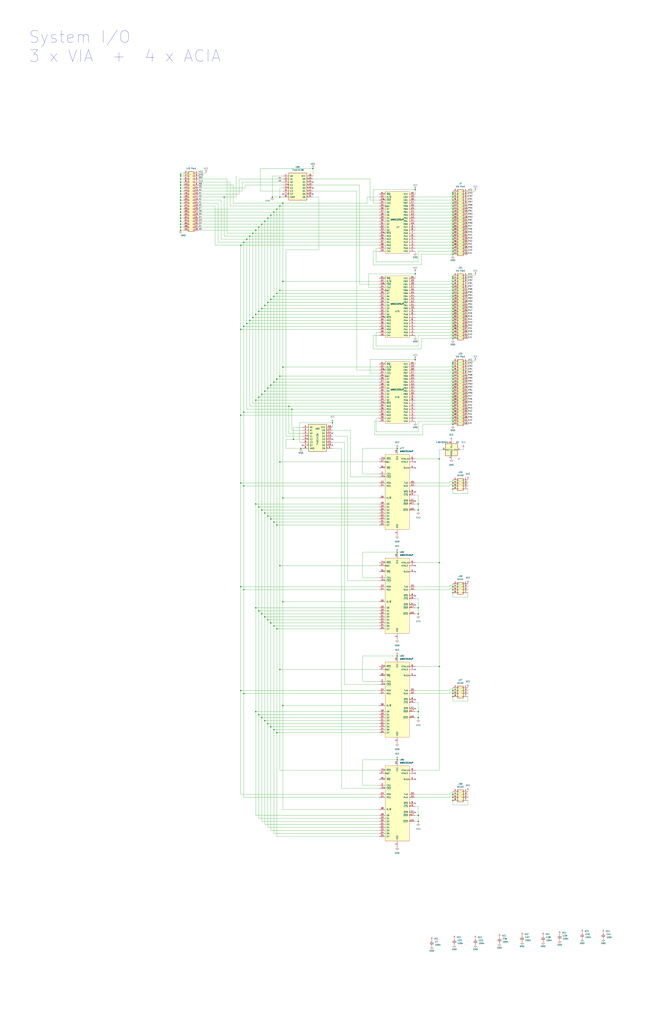
<source format=kicad_sch>
(kicad_sch (version 20230121) (generator eeschema)
  (paper "D" portrait)
  (junction (at 382.27 320.04))
  (junction (at 382.27 265.43))
  (junction (at 382.27 285.75))
  (junction (at 382.27 497.84))
  (junction (at 382.27 412.75))
  (junction (at 152.4 179.07))
  (junction (at 152.4 184.15))
  (junction (at 370.84 474.98))
  (junction (at 382.27 196.85))
  (junction (at 382.27 242.57))
  (junction (at 228.6 325.12))
  (junction (at 152.4 147.32))
  (junction (at 243.84 342.9))
  (junction (at 382.27 191.77))
  (junction (at 382.27 495.3))
  (junction (at 382.27 270.51))
  (junction (at 205.74 347.98))
  (junction (at 220.98 332.74))
  (junction (at 233.68 176.53))
  (junction (at 382.27 184.15))
  (junction (at 236.22 173.99))
  (junction (at 152.4 151.13))
  (junction (at 335.28 641.35))
  (junction (at 382.27 257.81))
  (junction (at 215.9 600.71))
  (junction (at 205.74 275.59))
  (junction (at 210.82 270.51))
  (junction (at 152.4 173.99))
  (junction (at 223.52 433.07))
  (junction (at 236.22 317.5))
  (junction (at 382.27 332.74))
  (junction (at 218.44 603.25))
  (junction (at 264.16 142.24))
  (junction (at 382.27 171.45))
  (junction (at 220.98 189.23))
  (junction (at 233.68 618.49))
  (junction (at 152.4 153.67))
  (junction (at 203.2 350.52))
  (junction (at 233.68 320.04))
  (junction (at 223.52 257.81))
  (junction (at 238.76 309.88))
  (junction (at 382.27 314.96))
  (junction (at 238.76 420.37))
  (junction (at 382.27 673.1))
  (junction (at 382.27 327.66))
  (junction (at 220.98 430.53))
  (junction (at 233.68 443.23))
  (junction (at 335.28 553.72))
  (junction (at 382.27 240.03))
  (junction (at 220.98 260.35))
  (junction (at 382.27 204.47))
  (junction (at 218.44 427.99))
  (junction (at 226.06 327.66))
  (junction (at 382.27 212.09))
  (junction (at 233.68 247.65))
  (junction (at 382.27 340.36))
  (junction (at 382.27 585.47))
  (junction (at 247.65 370.84))
  (junction (at 152.4 163.83))
  (junction (at 226.06 523.24))
  (junction (at 382.27 262.89))
  (junction (at 382.27 237.49))
  (junction (at 382.27 234.95))
  (junction (at 382.27 163.83))
  (junction (at 229.87 166.37))
  (junction (at 382.27 267.97))
  (junction (at 223.52 186.69))
  (junction (at 382.27 330.2))
  (junction (at 382.27 176.53))
  (junction (at 205.74 497.84))
  (junction (at 208.28 273.05))
  (junction (at 226.06 610.87))
  (junction (at 353.06 430.53))
  (junction (at 382.27 307.34))
  (junction (at 218.44 262.89))
  (junction (at 353.06 518.16))
  (junction (at 382.27 407.67))
  (junction (at 382.27 342.9))
  (junction (at 152.4 158.75))
  (junction (at 382.27 273.05))
  (junction (at 238.76 595.63))
  (junction (at 213.36 196.85))
  (junction (at 382.27 345.44))
  (junction (at 152.4 176.53))
  (junction (at 382.27 245.11))
  (junction (at 382.27 162.56))
  (junction (at 382.27 322.58))
  (junction (at 220.98 518.16))
  (junction (at 152.4 166.37))
  (junction (at 203.2 495.3))
  (junction (at 382.27 280.67))
  (junction (at 382.27 194.31))
  (junction (at 335.28 378.46))
  (junction (at 238.76 237.49))
  (junction (at 370.84 387.35))
  (junction (at 382.27 410.21))
  (junction (at 218.44 335.28))
  (junction (at 228.6 438.15))
  (junction (at 215.9 337.82))
  (junction (at 382.27 337.82))
  (junction (at 353.06 513.08))
  (junction (at 152.4 148.59))
  (junction (at 382.27 173.99))
  (junction (at 370.84 562.61))
  (junction (at 238.76 171.45))
  (junction (at 203.2 407.67))
  (junction (at 382.27 275.59))
  (junction (at 236.22 166.37))
  (junction (at 226.06 435.61))
  (junction (at 382.27 675.64))
  (junction (at 382.27 186.69))
  (junction (at 152.4 168.91))
  (junction (at 208.28 201.93))
  (junction (at 215.9 194.31))
  (junction (at 231.14 250.19))
  (junction (at 382.27 166.37))
  (junction (at 382.27 500.38))
  (junction (at 353.06 605.79))
  (junction (at 215.9 513.08))
  (junction (at 205.74 410.21))
  (junction (at 382.27 317.5))
  (junction (at 226.06 184.15))
  (junction (at 382.27 255.27))
  (junction (at 152.4 191.77))
  (junction (at 228.6 252.73))
  (junction (at 382.27 588.01))
  (junction (at 205.74 204.47))
  (junction (at 215.9 425.45))
  (junction (at 231.14 440.69))
  (junction (at 236.22 245.11))
  (junction (at 350.52 231.14))
  (junction (at 223.52 520.7))
  (junction (at 231.14 615.95))
  (junction (at 280.67 356.87))
  (junction (at 236.22 389.89))
  (junction (at 152.4 181.61))
  (junction (at 213.36 267.97))
  (junction (at 152.4 161.29))
  (junction (at 152.4 186.69))
  (junction (at 382.27 260.35))
  (junction (at 382.27 201.93))
  (junction (at 210.82 199.39))
  (junction (at 223.52 608.33))
  (junction (at 382.27 306.07))
  (junction (at 236.22 565.15))
  (junction (at 382.27 247.65))
  (junction (at 218.44 191.77))
  (junction (at 231.14 179.07))
  (junction (at 203.2 278.13))
  (junction (at 382.27 582.93))
  (junction (at 382.27 233.68))
  (junction (at 335.28 466.09))
  (junction (at 228.6 181.61))
  (junction (at 231.14 528.32))
  (junction (at 382.27 189.23))
  (junction (at 353.06 688.34))
  (junction (at 238.76 508))
  (junction (at 382.27 312.42))
  (junction (at 382.27 168.91))
  (junction (at 382.27 355.6))
  (junction (at 382.27 181.61))
  (junction (at 254 378.46))
  (junction (at 205.74 585.47))
  (junction (at 382.27 325.12))
  (junction (at 152.4 189.23))
  (junction (at 382.27 350.52))
  (junction (at 231.14 322.58))
  (junction (at 152.4 156.21))
  (junction (at 353.06 693.42))
  (junction (at 382.27 309.88))
  (junction (at 189.23 166.37))
  (junction (at 382.27 179.07))
  (junction (at 353.06 600.71))
  (junction (at 350.52 303.53))
  (junction (at 246.38 345.44))
  (junction (at 382.27 353.06))
  (junction (at 382.27 283.21))
  (junction (at 350.52 160.02))
  (junction (at 382.27 347.98))
  (junction (at 220.98 605.79))
  (junction (at 233.68 530.86))
  (junction (at 382.27 335.28))
  (junction (at 382.27 209.55))
  (junction (at 223.52 330.2))
  (junction (at 215.9 265.43))
  (junction (at 382.27 199.39))
  (junction (at 382.27 278.13))
  (junction (at 226.06 255.27))
  (junction (at 152.4 194.31))
  (junction (at 382.27 214.63))
  (junction (at 228.6 613.41))
  (junction (at 218.44 515.62))
  (junction (at 382.27 358.14))
  (junction (at 203.2 582.93))
  (junction (at 152.4 171.45))
  (junction (at 382.27 207.01))
  (junction (at 203.2 207.01))
  (junction (at 382.27 250.19))
  (junction (at 228.6 525.78))
  (junction (at 353.06 425.45))
  (junction (at 382.27 252.73))
  (junction (at 382.27 670.56))
  (junction (at 236.22 477.52))
  (no_connect (at 350.52 477.52))
  (no_connect (at 350.52 598.17))
  (no_connect (at 671.83 863.6))
  (no_connect (at 280.67 375.92))
  (no_connect (at 350.52 482.6))
  (no_connect (at 350.52 389.89))
  (no_connect (at 350.52 685.8))
  (no_connect (at 280.67 365.76))
  (no_connect (at 350.52 422.91))
  (no_connect (at 350.52 415.29))
  (no_connect (at 350.52 394.97))
  (no_connect (at -88.9 55.88))
  (no_connect (at 387.35 387.35))
  (no_connect (at 350.52 570.23))
  (no_connect (at 264.16 158.75))
  (no_connect (at 350.52 502.92))
  (no_connect (at 350.52 510.54))
  (no_connect (at -100.33 48.26))
  (no_connect (at 280.67 370.84))
  (no_connect (at 350.52 565.15))
  (no_connect (at 350.52 678.18))
  (no_connect (at 255.27 375.92))
  (no_connect (at 350.52 657.86))
  (no_connect (at 350.52 652.78))
  (no_connect (at 264.16 163.83))
  (no_connect (at 264.16 153.67))
  (no_connect (at 350.52 590.55))
  (no_connect (at 238.76 163.83))
  (wire (pts (xy 381 323.85) (xy 394.97 323.85)))
  (wire (pts (xy 220.98 260.35) (xy 320.04 260.35)))
  (wire (pts (xy 382.27 332.74) (xy 382.27 335.28)))
  (wire (pts (xy 353.06 417.83) (xy 353.06 425.45)))
  (wire (pts (xy 205.74 204.47) (xy 205.74 275.59)))
  (wire (pts (xy 191.77 196.85) (xy 191.77 151.13)))
  (wire (pts (xy 382.27 275.59) (xy 382.27 278.13)))
  (wire (pts (xy 381 189.23) (xy 381 187.96)))
  (wire (pts (xy 226.06 184.15) (xy 226.06 255.27)))
  (wire (pts (xy 306.07 466.09) (xy 335.28 466.09)))
  (wire (pts (xy 394.97 412.75) (xy 394.97 416.56)))
  (wire (pts (xy 382.27 668.02) (xy 382.27 670.56)))
  (wire (pts (xy 382.27 337.82) (xy 382.27 340.36)))
  (wire (pts (xy 152.4 166.37) (xy 154.94 166.37)))
  (wire (pts (xy 379.73 494.03) (xy 394.97 494.03)))
  (wire (pts (xy 353.06 600.71) (xy 353.06 605.79)))
  (wire (pts (xy 381 337.82) (xy 381 336.55)))
  (wire (pts (xy 238.76 309.88) (xy 320.04 309.88)))
  (wire (pts (xy 381 279.4) (xy 394.97 279.4)))
  (wire (pts (xy 228.6 325.12) (xy 228.6 252.73)))
  (wire (pts (xy 320.04 650.24) (xy 236.22 650.24)))
  (wire (pts (xy 381 252.73) (xy 381 251.46)))
  (wire (pts (xy 382.27 234.95) (xy 382.27 237.49)))
  (wire (pts (xy 223.52 186.69) (xy 223.52 257.81)))
  (wire (pts (xy 381 353.06) (xy 381 351.79)))
  (wire (pts (xy 205.74 497.84) (xy 205.74 585.47)))
  (wire (pts (xy 264.16 142.24) (xy 264.16 148.59)))
  (wire (pts (xy 203.2 407.67) (xy 203.2 495.3)))
  (wire (pts (xy 210.82 342.9) (xy 243.84 342.9)))
  (wire (pts (xy 394.97 675.64) (xy 394.97 679.45)))
  (wire (pts (xy 382.27 307.34) (xy 382.27 306.07)))
  (wire (pts (xy 394.97 195.58) (xy 394.97 196.85)))
  (wire (pts (xy 379.73 496.57) (xy 394.97 496.57)))
  (wire (pts (xy 381 308.61) (xy 394.97 308.61)))
  (wire (pts (xy 381 267.97) (xy 350.52 267.97)))
  (wire (pts (xy 226.06 327.66) (xy 226.06 435.61)))
  (wire (pts (xy 226.06 435.61) (xy 226.06 523.24)))
  (wire (pts (xy 317.5 364.49) (xy 353.06 364.49)))
  (wire (pts (xy 381 190.5) (xy 394.97 190.5)))
  (wire (pts (xy 320.04 662.94) (xy 306.07 662.94)))
  (wire (pts (xy 381 341.63) (xy 394.97 341.63)))
  (wire (pts (xy 238.76 148.59) (xy 229.87 148.59)))
  (wire (pts (xy 350.52 160.02) (xy 350.52 163.83)))
  (wire (pts (xy 218.44 191.77) (xy 218.44 262.89)))
  (wire (pts (xy 231.14 615.95) (xy 320.04 615.95)))
  (wire (pts (xy 381 335.28) (xy 350.52 335.28)))
  (wire (pts (xy 355.6 285.75) (xy 381 285.75)))
  (wire (pts (xy 226.06 255.27) (xy 320.04 255.27)))
  (wire (pts (xy 394.97 205.74) (xy 394.97 207.01)))
  (wire (pts (xy 203.2 670.56) (xy 320.04 670.56)))
  (wire (pts (xy 381 257.81) (xy 381 256.54)))
  (wire (pts (xy 238.76 161.29) (xy 219.71 161.29)))
  (wire (pts (xy 381 207.01) (xy 381 205.74)))
  (wire (pts (xy 394.97 406.4) (xy 394.97 407.67)))
  (wire (pts (xy 210.82 270.51) (xy 210.82 342.9)))
  (wire (pts (xy 381 245.11) (xy 350.52 245.11)))
  (wire (pts (xy 382.27 582.93) (xy 382.27 585.47)))
  (wire (pts (xy 231.14 440.69) (xy 231.14 528.32)))
  (wire (pts (xy 218.44 515.62) (xy 218.44 603.25)))
  (wire (pts (xy 381 209.55) (xy 381 208.28)))
  (wire (pts (xy 350.52 387.35) (xy 370.84 387.35)))
  (wire (pts (xy 320.04 497.84) (xy 205.74 497.84)))
  (wire (pts (xy 394.97 408.94) (xy 394.97 410.21)))
  (wire (pts (xy 394.97 266.7) (xy 394.97 267.97)))
  (wire (pts (xy 353.06 693.42) (xy 353.06 694.69)))
  (wire (pts (xy 203.2 350.52) (xy 203.2 407.67)))
  (wire (pts (xy 382.27 214.63) (xy 382.27 215.9)))
  (wire (pts (xy 233.68 530.86) (xy 233.68 443.23)))
  (wire (pts (xy 379.73 410.21) (xy 379.73 408.94)))
  (wire (pts (xy 208.28 345.44) (xy 246.38 345.44)))
  (wire (pts (xy 152.4 146.05) (xy 154.94 146.05)))
  (wire (pts (xy 353.06 364.49) (xy 353.06 355.6)))
  (wire (pts (xy 233.68 320.04) (xy 233.68 443.23)))
  (wire (pts (xy 306.07 553.72) (xy 335.28 553.72)))
  (wire (pts (xy 381 351.79) (xy 394.97 351.79)))
  (wire (pts (xy 317.5 220.98) (xy 353.06 220.98)))
  (wire (pts (xy 350.52 688.34) (xy 353.06 688.34)))
  (wire (pts (xy 233.68 176.53) (xy 233.68 247.65)))
  (wire (pts (xy 264.16 151.13) (xy 312.42 151.13)))
  (wire (pts (xy 381 193.04) (xy 394.97 193.04)))
  (wire (pts (xy 320.04 608.33) (xy 223.52 608.33)))
  (wire (pts (xy 381 196.85) (xy 381 195.58)))
  (wire (pts (xy 382.27 199.39) (xy 382.27 201.93)))
  (wire (pts (xy 370.84 379.73) (xy 370.84 387.35)))
  (wire (pts (xy 215.9 513.08) (xy 215.9 600.71)))
  (wire (pts (xy 394.97 185.42) (xy 394.97 186.69)))
  (wire (pts (xy 381 356.87) (xy 394.97 356.87)))
  (wire (pts (xy 220.98 260.35) (xy 220.98 332.74)))
  (wire (pts (xy 381 168.91) (xy 350.52 168.91)))
  (wire (pts (xy 381 314.96) (xy 350.52 314.96)))
  (wire (pts (xy 379.73 581.66) (xy 394.97 581.66)))
  (wire (pts (xy 218.44 335.28) (xy 218.44 427.99)))
  (wire (pts (xy 255.27 363.22) (xy 246.38 363.22)))
  (wire (pts (xy 233.68 706.12) (xy 233.68 618.49)))
  (wire (pts (xy 186.69 201.93) (xy 208.28 201.93)))
  (wire (pts (xy 167.64 179.07) (xy 231.14 179.07)))
  (wire (pts (xy 223.52 257.81) (xy 223.52 330.2)))
  (wire (pts (xy 381 195.58) (xy 394.97 195.58)))
  (wire (pts (xy 381 185.42) (xy 394.97 185.42)))
  (wire (pts (xy 311.15 231.14) (xy 350.52 231.14)))
  (wire (pts (xy 220.98 693.42) (xy 320.04 693.42)))
  (wire (pts (xy 382.27 162.56) (xy 394.97 162.56)))
  (wire (pts (xy 317.5 292.1) (xy 353.06 292.1)))
  (wire (pts (xy 394.97 323.85) (xy 394.97 325.12)))
  (wire (pts (xy 238.76 171.45) (xy 238.76 237.49)))
  (wire (pts (xy 152.4 179.07) (xy 152.4 181.61)))
  (wire (pts (xy 280.67 356.87) (xy 280.67 360.68)))
  (wire (pts (xy 381 346.71) (xy 394.97 346.71)))
  (wire (pts (xy 317.5 280.67) (xy 317.5 292.1)))
  (wire (pts (xy 382.27 670.56) (xy 382.27 673.1)))
  (wire (pts (xy 317.5 280.67) (xy 320.04 280.67)))
  (wire (pts (xy 394.97 246.38) (xy 394.97 247.65)))
  (wire (pts (xy 152.4 171.45) (xy 154.94 171.45)))
  (wire (pts (xy 233.68 618.49) (xy 233.68 530.86)))
  (wire (pts (xy 236.22 565.15) (xy 236.22 650.24)))
  (wire (pts (xy 381 213.36) (xy 394.97 213.36)))
  (wire (pts (xy 152.4 191.77) (xy 154.94 191.77)))
  (wire (pts (xy 382.27 679.45) (xy 394.97 679.45)))
  (wire (pts (xy 203.2 582.93) (xy 203.2 670.56)))
  (wire (pts (xy 181.61 207.01) (xy 203.2 207.01)))
  (wire (pts (xy 394.97 316.23) (xy 394.97 317.5)))
  (wire (pts (xy 381 200.66) (xy 394.97 200.66)))
  (wire (pts (xy 181.61 207.01) (xy 181.61 173.99)))
  (wire (pts (xy 152.4 158.75) (xy 152.4 161.29)))
  (wire (pts (xy 381 242.57) (xy 381 241.3)))
  (wire (pts (xy 320.04 433.07) (xy 223.52 433.07)))
  (wire (pts (xy 381 347.98) (xy 381 346.71)))
  (wire (pts (xy 381 186.69) (xy 381 185.42)))
  (wire (pts (xy 320.04 515.62) (xy 218.44 515.62)))
  (wire (pts (xy 381 267.97) (xy 381 266.7)))
  (wire (pts (xy 381 345.44) (xy 350.52 345.44)))
  (wire (pts (xy 356.87 358.14) (xy 381 358.14)))
  (wire (pts (xy 152.4 179.07) (xy 154.94 179.07)))
  (wire (pts (xy 394.97 326.39) (xy 394.97 327.66)))
  (wire (pts (xy 208.28 201.93) (xy 320.04 201.93)))
  (wire (pts (xy 167.64 168.91) (xy 186.69 168.91)))
  (wire (pts (xy 229.87 166.37) (xy 236.22 166.37)))
  (wire (pts (xy 152.4 151.13) (xy 152.4 153.67)))
  (wire (pts (xy 382.27 204.47) (xy 382.27 207.01)))
  (wire (pts (xy 152.4 189.23) (xy 154.94 189.23)))
  (wire (pts (xy 228.6 613.41) (xy 228.6 701.04)))
  (wire (pts (xy 300.99 312.42) (xy 320.04 312.42)))
  (wire (pts (xy 290.83 373.38) (xy 290.83 577.85)))
  (wire (pts (xy 199.39 166.37) (xy 199.39 148.59)))
  (wire (pts (xy 382.27 262.89) (xy 382.27 265.43)))
  (wire (pts (xy 381 242.57) (xy 350.52 242.57)))
  (wire (pts (xy 152.4 148.59) (xy 154.94 148.59)))
  (wire (pts (xy 394.97 331.47) (xy 394.97 332.74)))
  (wire (pts (xy 382.27 245.11) (xy 382.27 247.65)))
  (wire (pts (xy 381 176.53) (xy 381 175.26)))
  (wire (pts (xy 381 334.01) (xy 394.97 334.01)))
  (wire (pts (xy 381 243.84) (xy 394.97 243.84)))
  (wire (pts (xy 394.97 238.76) (xy 394.97 240.03)))
  (wire (pts (xy 226.06 610.87) (xy 226.06 698.5)))
  (wire (pts (xy 350.52 212.09) (xy 350.52 213.36)))
  (wire (pts (xy 401.32 161.29) (xy 394.97 161.29)))
  (wire (pts (xy 353.06 430.53) (xy 353.06 431.8)))
  (wire (pts (xy 382.27 312.42) (xy 382.27 314.96)))
  (wire (pts (xy 231.14 528.32) (xy 320.04 528.32)))
  (wire (pts (xy 382.27 278.13) (xy 382.27 280.67)))
  (wire (pts (xy 353.06 605.79) (xy 353.06 607.06)))
  (wire (pts (xy 252.73 356.87) (xy 280.67 356.87)))
  (wire (pts (xy 381 205.74) (xy 394.97 205.74)))
  (wire (pts (xy 191.77 196.85) (xy 213.36 196.85)))
  (wire (pts (xy 167.64 194.31) (xy 215.9 194.31)))
  (wire (pts (xy 381 271.78) (xy 394.97 271.78)))
  (wire (pts (xy 381 283.21) (xy 381 281.94)))
  (wire (pts (xy 382.27 345.44) (xy 382.27 347.98)))
  (wire (pts (xy 205.74 585.47) (xy 320.04 585.47)))
  (wire (pts (xy 314.96 283.21) (xy 320.04 283.21)))
  (wire (pts (xy 394.97 248.92) (xy 394.97 250.19)))
  (wire (pts (xy 223.52 433.07) (xy 223.52 520.7)))
  (wire (pts (xy 381 199.39) (xy 381 198.12)))
  (wire (pts (xy 381 256.54) (xy 394.97 256.54)))
  (wire (pts (xy 152.4 147.32) (xy 152.4 146.05)))
  (wire (pts (xy 381 194.31) (xy 350.52 194.31)))
  (wire (pts (xy 228.6 181.61) (xy 320.04 181.61)))
  (wire (pts (xy 394.97 182.88) (xy 394.97 184.15)))
  (wire (pts (xy 355.6 285.75) (xy 355.6 294.64)))
  (wire (pts (xy 388.62 379.73) (xy 391.16 379.73)))
  (wire (pts (xy 350.52 410.21) (xy 379.73 410.21)))
  (wire (pts (xy 228.6 252.73) (xy 320.04 252.73)))
  (wire (pts (xy 320.04 706.12) (xy 233.68 706.12)))
  (wire (pts (xy 152.4 184.15) (xy 152.4 186.69)))
  (wire (pts (xy 228.6 525.78) (xy 228.6 613.41)))
  (wire (pts (xy 220.98 605.79) (xy 320.04 605.79)))
  (wire (pts (xy 218.44 335.28) (xy 320.04 335.28)))
  (wire (pts (xy 382.27 309.88) (xy 382.27 312.42)))
  (wire (pts (xy 314.96 223.52) (xy 355.6 223.52)))
  (wire (pts (xy 381 166.37) (xy 350.52 166.37)))
  (wire (pts (xy 381 278.13) (xy 350.52 278.13)))
  (wire (pts (xy 320.04 425.45) (xy 215.9 425.45)))
  (wire (pts (xy 233.68 247.65) (xy 320.04 247.65)))
  (wire (pts (xy 320.04 565.15) (xy 236.22 565.15)))
  (wire (pts (xy 220.98 605.79) (xy 220.98 693.42)))
  (wire (pts (xy 236.22 245.11) (xy 236.22 317.5)))
  (wire (pts (xy 381 309.88) (xy 381 308.61)))
  (wire (pts (xy 381 273.05) (xy 381 271.78)))
  (wire (pts (xy 350.52 600.71) (xy 353.06 600.71)))
  (wire (pts (xy 306.07 378.46) (xy 306.07 400.05)))
  (wire (pts (xy 382.27 240.03) (xy 382.27 242.57)))
  (wire (pts (xy 381 350.52) (xy 350.52 350.52)))
  (wire (pts (xy 167.64 153.67) (xy 194.31 153.67)))
  (wire (pts (xy 226.06 435.61) (xy 320.04 435.61)))
  (wire (pts (xy 220.98 189.23) (xy 320.04 189.23)))
  (wire (pts (xy 381 281.94) (xy 394.97 281.94)))
  (wire (pts (xy 238.76 420.37) (xy 238.76 309.88)))
  (wire (pts (xy 167.64 173.99) (xy 181.61 173.99)))
  (wire (pts (xy 382.27 588.01) (xy 382.27 591.82)))
  (wire (pts (xy 215.9 425.45) (xy 215.9 513.08)))
  (wire (pts (xy 394.97 351.79) (xy 394.97 353.06)))
  (wire (pts (xy 167.64 181.61) (xy 228.6 181.61)))
  (wire (pts (xy 320.04 410.21) (xy 205.74 410.21)))
  (wire (pts (xy 394.97 354.33) (xy 394.97 355.6)))
  (wire (pts (xy 381 259.08) (xy 394.97 259.08)))
  (wire (pts (xy 394.97 243.84) (xy 394.97 245.11)))
  (wire (pts (xy 381 273.05) (xy 350.52 273.05)))
  (wire (pts (xy 382.27 191.77) (xy 382.27 194.31)))
  (wire (pts (xy 152.4 189.23) (xy 152.4 191.77)))
  (wire (pts (xy 382.27 280.67) (xy 382.27 283.21)))
  (wire (pts (xy 320.04 603.25) (xy 218.44 603.25)))
  (wire (pts (xy 382.27 270.51) (xy 382.27 273.05)))
  (wire (pts (xy 382.27 237.49) (xy 382.27 240.03)))
  (wire (pts (xy 300.99 161.29) (xy 300.99 312.42)))
  (wire (pts (xy 379.73 495.3) (xy 379.73 494.03)))
  (wire (pts (xy 223.52 608.33) (xy 223.52 695.96)))
  (wire (pts (xy 394.97 344.17) (xy 394.97 345.44)))
  (wire (pts (xy 381 210.82) (xy 394.97 210.82)))
  (wire (pts (xy 353.06 593.09) (xy 353.06 600.71)))
  (wire (pts (xy 381 248.92) (xy 394.97 248.92)))
  (wire (pts (xy 208.28 345.44) (xy 208.28 273.05)))
  (wire (pts (xy 203.2 407.67) (xy 320.04 407.67)))
  (wire (pts (xy 231.14 440.69) (xy 320.04 440.69)))
  (wire (pts (xy 173.99 146.05) (xy 167.64 146.05)))
  (wire (pts (xy 196.85 171.45) (xy 196.85 156.21)))
  (wire (pts (xy 320.04 520.7) (xy 223.52 520.7)))
  (wire (pts (xy 381 321.31) (xy 394.97 321.31)))
  (wire (pts (xy 241.3 378.46) (xy 254 378.46)))
  (wire (pts (xy 320.04 665.48) (xy 288.29 665.48)))
  (wire (pts (xy 241.3 370.84) (xy 241.3 378.46)))
  (wire (pts (xy 152.4 168.91) (xy 154.94 168.91)))
  (wire (pts (xy 269.24 210.82) (xy 241.3 210.82)))
  (wire (pts (xy 194.31 173.99) (xy 194.31 153.67)))
  (wire (pts (xy 152.4 161.29) (xy 152.4 163.83)))
  (wire (pts (xy 152.4 156.21) (xy 152.4 158.75)))
  (wire (pts (xy 218.44 262.89) (xy 320.04 262.89)))
  (wire (pts (xy 394.97 264.16) (xy 394.97 265.43)))
  (wire (pts (xy 255.27 360.68) (xy 247.65 360.68)))
  (wire (pts (xy 381 201.93) (xy 350.52 201.93)))
  (wire (pts (xy 382.27 233.68) (xy 394.97 233.68)))
  (wire (pts (xy 394.97 336.55) (xy 394.97 337.82)))
  (wire (pts (xy 382.27 416.56) (xy 394.97 416.56)))
  (wire (pts (xy 381 270.51) (xy 381 269.24)))
  (wire (pts (xy 320.04 171.45) (xy 314.96 171.45)))
  (wire (pts (xy 381 241.3) (xy 394.97 241.3)))
  (wire (pts (xy 219.71 161.29) (xy 219.71 142.24)))
  (wire (pts (xy 381 358.14) (xy 381 356.87)))
  (wire (pts (xy 381 204.47) (xy 381 203.2)))
  (wire (pts (xy 394.97 165.1) (xy 394.97 166.37)))
  (wire (pts (xy 312.42 303.53) (xy 350.52 303.53)))
  (wire (pts (xy 381 177.8) (xy 394.97 177.8)))
  (wire (pts (xy 381 274.32) (xy 394.97 274.32)))
  (wire (pts (xy 280.67 368.3) (xy 293.37 368.3)))
  (wire (pts (xy 241.3 210.82) (xy 241.3 368.3)))
  (wire (pts (xy 381 353.06) (xy 350.52 353.06)))
  (wire (pts (xy 382.27 306.07) (xy 382.27 304.8)))
  (wire (pts (xy 382.27 255.27) (xy 382.27 257.81)))
  (wire (pts (xy 220.98 518.16) (xy 220.98 605.79)))
  (wire (pts (xy 152.4 171.45) (xy 152.4 173.99)))
  (wire (pts (xy 382.27 327.66) (xy 382.27 330.2)))
  (wire (pts (xy 381 342.9) (xy 381 341.63)))
  (wire (pts (xy 215.9 600.71) (xy 215.9 688.34)))
  (wire (pts (xy 382.27 267.97) (xy 382.27 270.51)))
  (wire (pts (xy 382.27 176.53) (xy 382.27 179.07)))
  (wire (pts (xy 152.4 184.15) (xy 154.94 184.15)))
  (wire (pts (xy 382.27 307.34) (xy 382.27 309.88)))
  (wire (pts (xy 320.04 575.31) (xy 306.07 575.31)))
  (wire (pts (xy 247.65 360.68) (xy 247.65 370.84)))
  (wire (pts (xy 381 181.61) (xy 350.52 181.61)))
  (wire (pts (xy 394.97 254) (xy 394.97 255.27)))
  (wire (pts (xy 381 191.77) (xy 381 190.5)))
  (wire (pts (xy 381 252.73) (xy 350.52 252.73)))
  (wire (pts (xy 320.04 613.41) (xy 228.6 613.41)))
  (wire (pts (xy 231.14 250.19) (xy 231.14 322.58)))
  (wire (pts (xy 381 284.48) (xy 394.97 284.48)))
  (wire (pts (xy 350.52 693.42) (xy 353.06 693.42)))
  (wire (pts (xy 314.96 294.64) (xy 355.6 294.64)))
  (wire (pts (xy 350.52 425.45) (xy 353.06 425.45)))
  (wire (pts (xy 236.22 158.75) (xy 236.22 166.37)))
  (wire (pts (xy 238.76 683.26) (xy 238.76 595.63)))
  (wire (pts (xy 306.07 378.46) (xy 335.28 378.46)))
  (wire (pts (xy 394.97 271.78) (xy 394.97 273.05)))
  (wire (pts (xy 381 262.89) (xy 381 261.62)))
  (wire (pts (xy 379.73 670.56) (xy 379.73 669.29)))
  (wire (pts (xy 320.04 427.99) (xy 218.44 427.99)))
  (wire (pts (xy 381 167.64) (xy 394.97 167.64)))
  (wire (pts (xy 394.97 203.2) (xy 394.97 204.47)))
  (wire (pts (xy 353.06 425.45) (xy 353.06 430.53)))
  (wire (pts (xy 381 332.74) (xy 381 331.47)))
  (wire (pts (xy 370.84 562.61) (xy 370.84 650.24)))
  (wire (pts (xy 381 238.76) (xy 394.97 238.76)))
  (wire (pts (xy 381 168.91) (xy 381 167.64)))
  (wire (pts (xy 226.06 698.5) (xy 320.04 698.5)))
  (wire (pts (xy 350.52 593.09) (xy 353.06 593.09)))
  (wire (pts (xy 379.73 671.83) (xy 394.97 671.83)))
  (wire (pts (xy 394.97 193.04) (xy 394.97 194.31)))
  (wire (pts (xy 382.27 252.73) (xy 382.27 255.27)))
  (wire (pts (xy 167.64 189.23) (xy 220.98 189.23)))
  (wire (pts (xy 381 312.42) (xy 350.52 312.42)))
  (wire (pts (xy 314.96 171.45) (xy 314.96 160.02)))
  (wire (pts (xy 167.64 191.77) (xy 218.44 191.77)))
  (wire (pts (xy 381 349.25) (xy 394.97 349.25)))
  (wire (pts (xy 205.74 673.1) (xy 320.04 673.1)))
  (wire (pts (xy 350.52 673.1) (xy 379.73 673.1)))
  (wire (pts (xy 317.5 209.55) (xy 320.04 209.55)))
  (wire (pts (xy 350.52 283.21) (xy 350.52 284.48)))
  (wire (pts (xy 381 318.77) (xy 394.97 318.77)))
  (wire (pts (xy 288.29 665.48) (xy 288.29 378.46)))
  (wire (pts (xy 394.97 334.01) (xy 394.97 335.28)))
  (wire (pts (xy 381 186.69) (xy 350.52 186.69)))
  (wire (pts (xy 218.44 603.25) (xy 218.44 690.88)))
  (wire (pts (xy 381 326.39) (xy 394.97 326.39)))
  (wire (pts (xy 353.06 220.98) (xy 353.06 212.09)))
  (wire (pts (xy 320.04 314.96) (xy 312.42 314.96)))
  (wire (pts (xy 350.52 582.93) (xy 379.73 582.93)))
  (wire (pts (xy 382.27 163.83) (xy 382.27 166.37)))
  (wire (pts (xy 382.27 207.01) (xy 382.27 209.55)))
  (wire (pts (xy 231.14 615.95) (xy 231.14 703.58)))
  (wire (pts (xy 350.52 355.6) (xy 350.52 356.87)))
  (wire (pts (xy 381 247.65) (xy 350.52 247.65)))
  (wire (pts (xy 381 204.47) (xy 350.52 204.47)))
  (wire (pts (xy 205.74 347.98) (xy 205.74 410.21)))
  (wire (pts (xy 394.97 208.28) (xy 394.97 209.55)))
  (wire (pts (xy 394.97 328.93) (xy 394.97 330.2)))
  (wire (pts (xy 205.74 204.47) (xy 320.04 204.47)))
  (wire (pts (xy 228.6 438.15) (xy 228.6 525.78)))
  (wire (pts (xy 381 208.28) (xy 394.97 208.28)))
  (wire (pts (xy 394.97 339.09) (xy 394.97 340.36)))
  (wire (pts (xy 226.06 523.24) (xy 320.04 523.24)))
  (wire (pts (xy 238.76 508) (xy 238.76 420.37)))
  (wire (pts (xy 264.16 156.21) (xy 303.53 156.21)))
  (wire (pts (xy 201.93 151.13) (xy 238.76 151.13)))
  (wire (pts (xy 350.52 505.46) (xy 353.06 505.46)))
  (wire (pts (xy 229.87 148.59) (xy 229.87 166.37)))
  (wire (pts (xy 381 170.18) (xy 394.97 170.18)))
  (wire (pts (xy 236.22 173.99) (xy 194.31 173.99)))
  (wire (pts (xy 382.27 330.2) (xy 382.27 332.74)))
  (wire (pts (xy 288.29 378.46) (xy 280.67 378.46)))
  (wire (pts (xy 382.27 317.5) (xy 382.27 320.04)))
  (wire (pts (xy 381 332.74) (xy 350.52 332.74)))
  (wire (pts (xy 381 314.96) (xy 381 313.69)))
  (wire (pts (xy 205.74 497.84) (xy 205.74 410.21)))
  (wire (pts (xy 238.76 508) (xy 320.04 508)))
  (wire (pts (xy 382.27 260.35) (xy 382.27 262.89)))
  (wire (pts (xy 184.15 204.47) (xy 205.74 204.47)))
  (wire (pts (xy 394.97 172.72) (xy 394.97 173.99)))
  (wire (pts (xy 394.97 671.83) (xy 394.97 673.1)))
  (wire (pts (xy 231.14 528.32) (xy 231.14 615.95)))
  (wire (pts (xy 353.06 505.46) (xy 353.06 513.08)))
  (wire (pts (xy 233.68 320.04) (xy 233.68 247.65)))
  (wire (pts (xy 215.9 265.43) (xy 215.9 337.82)))
  (wire (pts (xy 381 255.27) (xy 381 254)))
  (wire (pts (xy 316.23 355.6) (xy 320.04 355.6)))
  (wire (pts (xy 215.9 265.43) (xy 320.04 265.43)))
  (wire (pts (xy 394.97 356.87) (xy 394.97 358.14)))
  (wire (pts (xy 167.64 151.13) (xy 191.77 151.13)))
  (wire (pts (xy 255.27 373.38) (xy 252.73 373.38)))
  (wire (pts (xy 382.27 168.91) (xy 382.27 171.45)))
  (wire (pts (xy 280.67 363.22) (xy 295.91 363.22)))
  (wire (pts (xy 381 175.26) (xy 394.97 175.26)))
  (wire (pts (xy 382.27 233.68) (xy 382.27 232.41)))
  (wire (pts (xy 382.27 214.63) (xy 382.27 212.09)))
  (wire (pts (xy 264.16 161.29) (xy 300.99 161.29)))
  (wire (pts (xy 379.73 406.4) (xy 394.97 406.4)))
  (wire (pts (xy 306.07 641.35) (xy 306.07 662.94)))
  (wire (pts (xy 152.4 147.32) (xy 152.4 148.59)))
  (wire (pts (xy 231.14 179.07) (xy 320.04 179.07)))
  (wire (pts (xy 231.14 179.07) (xy 231.14 250.19)))
  (wire (pts (xy 381 184.15) (xy 350.52 184.15)))
  (wire (pts (xy 381 246.38) (xy 394.97 246.38)))
  (wire (pts (xy 381 262.89) (xy 350.52 262.89)))
  (wire (pts (xy 152.4 186.69) (xy 152.4 189.23)))
  (wire (pts (xy 167.64 184.15) (xy 226.06 184.15)))
  (wire (pts (xy 379.73 582.93) (xy 379.73 581.66)))
  (wire (pts (xy 381 285.75) (xy 381 284.48)))
  (wire (pts (xy 306.07 641.35) (xy 335.28 641.35)))
  (wire (pts (xy 203.2 495.3) (xy 320.04 495.3)))
  (wire (pts (xy 381 180.34) (xy 394.97 180.34)))
  (wire (pts (xy 233.68 176.53) (xy 320.04 176.53)))
  (wire (pts (xy 381 340.36) (xy 381 339.09)))
  (wire (pts (xy 394.97 200.66) (xy 394.97 201.93)))
  (wire (pts (xy 303.53 240.03) (xy 320.04 240.03)))
  (wire (pts (xy 167.64 147.32) (xy 152.4 147.32)))
  (wire (pts (xy 213.36 196.85) (xy 320.04 196.85)))
  (wire (pts (xy 350.52 513.08) (xy 353.06 513.08)))
  (wire (pts (xy 394.97 259.08) (xy 394.97 260.35)))
  (wire (pts (xy 381 172.72) (xy 394.97 172.72)))
  (wire (pts (xy 381 317.5) (xy 381 316.23)))
  (wire (pts (xy 152.4 173.99) (xy 154.94 173.99)))
  (wire (pts (xy 355.6 214.63) (xy 381 214.63)))
  (wire (pts (xy 350.52 430.53) (xy 353.06 430.53)))
  (wire (pts (xy 381 250.19) (xy 350.52 250.19)))
  (wire (pts (xy 394.97 167.64) (xy 394.97 168.91)))
  (wire (pts (xy 382.27 492.76) (xy 382.27 495.3)))
  (wire (pts (xy 223.52 520.7) (xy 223.52 608.33)))
  (wire (pts (xy 394.97 581.66) (xy 394.97 582.93)))
  (wire (pts (xy 350.52 518.16) (xy 353.06 518.16)))
  (wire (pts (xy 394.97 349.25) (xy 394.97 350.52)))
  (wire (pts (xy 350.52 417.83) (xy 353.06 417.83)))
  (wire (pts (xy 152.4 191.77) (xy 152.4 194.31)))
  (wire (pts (xy 320.04 618.49) (xy 233.68 618.49)))
  (wire (pts (xy 381 171.45) (xy 350.52 171.45)))
  (wire (pts (xy 167.64 156.21) (xy 196.85 156.21)))
  (wire (pts (xy 152.4 156.21) (xy 154.94 156.21)))
  (wire (pts (xy 381 276.86) (xy 394.97 276.86)))
  (wire (pts (xy 382.27 497.84) (xy 382.27 500.38)))
  (wire (pts (xy 355.6 214.63) (xy 355.6 223.52)))
  (wire (pts (xy 167.64 176.53) (xy 233.68 176.53)))
  (wire (pts (xy 218.44 262.89) (xy 218.44 335.28)))
  (wire (pts (xy 219.71 142.24) (xy 264.16 142.24)))
  (wire (pts (xy 152.4 173.99) (xy 152.4 176.53)))
  (wire (pts (xy 381 320.04) (xy 381 318.77)))
  (wire (pts (xy 381 344.17) (xy 394.97 344.17)))
  (wire (pts (xy 382.27 250.19) (xy 382.27 252.73)))
  (wire (pts (xy 203.2 350.52) (xy 320.04 350.52)))
  (wire (pts (xy 381 196.85) (xy 350.52 196.85)))
  (wire (pts (xy 381 255.27) (xy 350.52 255.27)))
  (wire (pts (xy 382.27 407.67) (xy 382.27 410.21)))
  (wire (pts (xy 320.04 400.05) (xy 306.07 400.05)))
  (wire (pts (xy 381 247.65) (xy 381 246.38)))
  (wire (pts (xy 394.97 162.56) (xy 394.97 163.83)))
  (wire (pts (xy 213.36 196.85) (xy 213.36 267.97)))
  (wire (pts (xy 295.91 402.59) (xy 320.04 402.59)))
  (wire (pts (xy 208.28 201.93) (xy 208.28 273.05)))
  (wire (pts (xy 312.42 314.96) (xy 312.42 303.53)))
  (wire (pts (xy 309.88 171.45) (xy 309.88 166.37)))
  (wire (pts (xy 381 320.04) (xy 350.52 320.04)))
  (wire (pts (xy 381 214.63) (xy 381 213.36)))
  (wire (pts (xy 394.97 281.94) (xy 394.97 283.21)))
  (wire (pts (xy 394.97 187.96) (xy 394.97 189.23)))
  (wire (pts (xy 382.27 181.61) (xy 382.27 184.15)))
  (wire (pts (xy 314.96 160.02) (xy 350.52 160.02)))
  (wire (pts (xy 320.04 242.57) (xy 311.15 242.57)))
  (wire (pts (xy 381 269.24) (xy 394.97 269.24)))
  (wire (pts (xy 269.24 166.37) (xy 269.24 210.82)))
  (wire (pts (xy 394.97 321.31) (xy 394.97 322.58)))
  (wire (pts (xy 231.14 703.58) (xy 320.04 703.58)))
  (wire (pts (xy 167.64 171.45) (xy 184.15 171.45)))
  (wire (pts (xy 246.38 363.22) (xy 246.38 345.44)))
  (wire (pts (xy 382.27 163.83) (xy 382.27 162.56)))
  (wire (pts (xy 320.04 690.88) (xy 218.44 690.88)))
  (wire (pts (xy 320.04 477.52) (xy 236.22 477.52)))
  (wire (pts (xy 382.27 196.85) (xy 382.27 199.39)))
  (wire (pts (xy 220.98 189.23) (xy 220.98 260.35)))
  (wire (pts (xy 152.4 158.75) (xy 154.94 158.75)))
  (wire (pts (xy 204.47 153.67) (xy 238.76 153.67)))
  (wire (pts (xy 379.73 585.47) (xy 379.73 584.2)))
  (wire (pts (xy 238.76 420.37) (xy 320.04 420.37)))
  (wire (pts (xy 226.06 523.24) (xy 226.06 610.87)))
  (wire (pts (xy 394.97 175.26) (xy 394.97 176.53)))
  (wire (pts (xy 167.64 148.59) (xy 167.64 147.32)))
  (wire (pts (xy 382.27 173.99) (xy 382.27 176.53)))
  (wire (pts (xy 226.06 327.66) (xy 320.04 327.66)))
  (wire (pts (xy 381 354.33) (xy 394.97 354.33)))
  (wire (pts (xy 228.6 181.61) (xy 228.6 252.73)))
  (wire (pts (xy 382.27 179.07) (xy 382.27 181.61)))
  (wire (pts (xy 394.97 276.86) (xy 394.97 278.13)))
  (wire (pts (xy 382.27 322.58) (xy 382.27 325.12)))
  (wire (pts (xy 394.97 496.57) (xy 394.97 497.84)))
  (wire (pts (xy 210.82 199.39) (xy 210.82 270.51)))
  (wire (pts (xy 381 339.09) (xy 394.97 339.09)))
  (wire (pts (xy 236.22 477.52) (xy 236.22 565.15)))
  (wire (pts (xy 252.73 373.38) (xy 252.73 356.87)))
  (wire (pts (xy 236.22 389.89) (xy 236.22 317.5)))
  (wire (pts (xy 381 173.99) (xy 350.52 173.99)))
  (wire (pts (xy 382.27 591.82) (xy 394.97 591.82)))
  (wire (pts (xy 238.76 595.63) (xy 238.76 508)))
  (wire (pts (xy 394.97 236.22) (xy 394.97 237.49)))
  (wire (pts (xy 394.97 311.15) (xy 394.97 312.42)))
  (wire (pts (xy 394.97 269.24) (xy 394.97 270.51)))
  (wire (pts (xy 381 176.53) (xy 350.52 176.53)))
  (wire (pts (xy 207.01 156.21) (xy 207.01 158.75)))
  (wire (pts (xy 381 254) (xy 394.97 254)))
  (wire (pts (xy 381 275.59) (xy 381 274.32)))
  (wire (pts (xy 238.76 171.45) (xy 196.85 171.45)))
  (wire (pts (xy 152.4 148.59) (xy 152.4 151.13)))
  (wire (pts (xy 220.98 332.74) (xy 320.04 332.74)))
  (wire (pts (xy 381 171.45) (xy 381 170.18)))
  (wire (pts (xy 381 345.44) (xy 381 344.17)))
  (wire (pts (xy 381 335.28) (xy 381 334.01)))
  (wire (pts (xy 223.52 186.69) (xy 320.04 186.69)))
  (wire (pts (xy 381 331.47) (xy 394.97 331.47)))
  (wire (pts (xy 186.69 201.93) (xy 186.69 168.91)))
  (wire (pts (xy 381 209.55) (xy 350.52 209.55)))
  (wire (pts (xy 316.23 367.03) (xy 356.87 367.03)))
  (wire (pts (xy 370.84 379.73) (xy 373.38 379.73)))
  (wire (pts (xy 309.88 171.45) (xy 238.76 171.45)))
  (wire (pts (xy 394.97 233.68) (xy 394.97 234.95)))
  (wire (pts (xy 381 257.81) (xy 350.52 257.81)))
  (wire (pts (xy 381 336.55) (xy 394.97 336.55)))
  (wire (pts (xy 189.23 199.39) (xy 189.23 166.37)))
  (wire (pts (xy 350.52 680.72) (xy 353.06 680.72)))
  (wire (pts (xy 238.76 237.49) (xy 320.04 237.49)))
  (wire (pts (xy 381 311.15) (xy 394.97 311.15)))
  (wire (pts (xy 350.52 497.84) (xy 379.73 497.84)))
  (wire (pts (xy 382.27 342.9) (xy 382.27 345.44)))
  (wire (pts (xy 220.98 332.74) (xy 220.98 430.53)))
  (wire (pts (xy 189.23 166.37) (xy 199.39 166.37)))
  (wire (pts (xy 394.97 256.54) (xy 394.97 257.81)))
  (wire (pts (xy 215.9 337.82) (xy 320.04 337.82)))
  (wire (pts (xy 381 199.39) (xy 350.52 199.39)))
  (wire (pts (xy 381 317.5) (xy 350.52 317.5)))
  (wire (pts (xy 236.22 166.37) (xy 238.76 166.37)))
  (wire (pts (xy 203.2 207.01) (xy 320.04 207.01)))
  (wire (pts (xy 236.22 173.99) (xy 320.04 173.99)))
  (wire (pts (xy 184.15 204.47) (xy 184.15 171.45)))
  (wire (pts (xy 381 189.23) (xy 350.52 189.23)))
  (wire (pts (xy 381 325.12) (xy 381 323.85)))
  (wire (pts (xy 353.06 212.09) (xy 381 212.09)))
  (wire (pts (xy 314.96 212.09) (xy 320.04 212.09)))
  (wire (pts (xy 350.52 407.67) (xy 379.73 407.67)))
  (wire (pts (xy 320.04 513.08) (xy 215.9 513.08)))
  (wire (pts (xy 381 187.96) (xy 394.97 187.96)))
  (wire (pts (xy 381 240.03) (xy 381 238.76)))
  (wire (pts (xy 152.4 153.67) (xy 152.4 156.21)))
  (wire (pts (xy 379.73 407.67) (xy 379.73 406.4)))
  (wire (pts (xy 320.04 695.96) (xy 223.52 695.96)))
  (wire (pts (xy 205.74 347.98) (xy 320.04 347.98)))
  (wire (pts (xy 152.4 181.61) (xy 152.4 184.15)))
  (wire (pts (xy 254 378.46) (xy 255.27 378.46)))
  (wire (pts (xy 382.27 234.95) (xy 382.27 233.68)))
  (wire (pts (xy 394.97 279.4) (xy 394.97 280.67)))
  (wire (pts (xy 215.9 194.31) (xy 320.04 194.31)))
  (wire (pts (xy 394.97 210.82) (xy 394.97 212.09)))
  (wire (pts (xy 381 165.1) (xy 394.97 165.1)))
  (wire (pts (xy 381 265.43) (xy 350.52 265.43)))
  (wire (pts (xy 317.5 353.06) (xy 317.5 364.49)))
  (wire (pts (xy 394.97 318.77) (xy 394.97 320.04)))
  (wire (pts (xy 167.64 186.69) (xy 223.52 186.69)))
  (wire (pts (xy 320.04 443.23) (xy 233.68 443.23)))
  (wire (pts (xy 152.4 176.53) (xy 152.4 179.07)))
  (wire (pts (xy 207.01 158.75) (xy 167.64 158.75)))
  (wire (pts (xy 152.4 163.83) (xy 154.94 163.83)))
  (wire (pts (xy 320.04 487.68) (xy 306.07 487.68)))
  (wire (pts (xy 394.97 198.12) (xy 394.97 199.39)))
  (wire (pts (xy 152.4 176.53) (xy 154.94 176.53)))
  (wire (pts (xy 204.47 153.67) (xy 204.47 161.29)))
  (wire (pts (xy 152.4 166.37) (xy 152.4 168.91)))
  (wire (pts (xy 255.27 365.76) (xy 243.84 365.76)))
  (wire (pts (xy 311.15 242.57) (xy 311.15 231.14)))
  (wire (pts (xy 381 342.9) (xy 350.52 342.9)))
  (wire (pts (xy 382.27 285.75) (xy 382.27 283.21)))
  (wire (pts (xy 228.6 325.12) (xy 320.04 325.12)))
  (wire (pts (xy 223.52 330.2) (xy 223.52 433.07)))
  (wire (pts (xy 381 309.88) (xy 350.52 309.88)))
  (wire (pts (xy 152.4 186.69) (xy 154.94 186.69)))
  (wire (pts (xy 353.06 518.16) (xy 353.06 519.43)))
  (wire (pts (xy 370.84 387.35) (xy 370.84 474.98)))
  (wire (pts (xy 220.98 430.53) (xy 220.98 518.16)))
  (wire (pts (xy 226.06 610.87) (xy 320.04 610.87)))
  (wire (pts (xy 382.27 306.07) (xy 394.97 306.07)))
  (wire (pts (xy 201.93 163.83) (xy 167.64 163.83)))
  (wire (pts (xy 382.27 358.14) (xy 382.27 355.6)))
  (wire (pts (xy 381 179.07) (xy 381 177.8)))
  (wire (pts (xy 203.2 495.3) (xy 203.2 582.93)))
  (wire (pts (xy 293.37 490.22) (xy 320.04 490.22)))
  (wire (pts (xy 382.27 347.98) (xy 382.27 350.52)))
  (wire (pts (xy 203.2 278.13) (xy 320.04 278.13)))
  (wire (pts (xy 226.06 184.15) (xy 320.04 184.15)))
  (wire (pts (xy 381 322.58) (xy 350.52 322.58)))
  (wire (pts (xy 309.88 166.37) (xy 320.04 166.37)))
  (wire (pts (xy 236.22 389.89) (xy 320.04 389.89)))
  (wire (pts (xy 381 322.58) (xy 381 321.31)))
  (wire (pts (xy 381 275.59) (xy 350.52 275.59)))
  (wire (pts (xy 152.4 163.83) (xy 152.4 166.37)))
  (wire (pts (xy 353.06 513.08) (xy 353.06 518.16)))
  (wire (pts (xy 382.27 265.43) (xy 382.27 267.97)))
  (wire (pts (xy 382.27 186.69) (xy 382.27 189.23)))
  (wire (pts (xy 381 260.35) (xy 350.52 260.35)))
  (wire (pts (xy 241.3 368.3) (xy 255.27 368.3)))
  (wire (pts (xy 382.27 405.13) (xy 382.27 407.67)))
  (wire (pts (xy 306.07 553.72) (xy 306.07 575.31)))
  (wire (pts (xy 218.44 427.99) (xy 218.44 515.62)))
  (wire (pts (xy 394.97 313.69) (xy 394.97 314.96)))
  (wire (pts (xy 381 250.19) (xy 381 248.92)))
  (wire (pts (xy 243.84 342.9) (xy 320.04 342.9)))
  (wire (pts (xy 381 355.6) (xy 381 354.33)))
  (wire (pts (xy 280.67 373.38) (xy 290.83 373.38)))
  (wire (pts (xy 203.2 582.93) (xy 320.04 582.93)))
  (wire (pts (xy 356.87 358.14) (xy 356.87 367.03)))
  (wire (pts (xy 381 260.35) (xy 381 259.08)))
  (wire (pts (xy 205.74 275.59) (xy 320.04 275.59)))
  (wire (pts (xy 152.4 151.13) (xy 154.94 151.13)))
  (wire (pts (xy 231.14 250.19) (xy 320.04 250.19)))
  (wire (pts (xy 401.32 304.8) (xy 394.97 304.8)))
  (wire (pts (xy 381 347.98) (xy 350.52 347.98)))
  (wire (pts (xy 215.9 194.31) (xy 215.9 265.43)))
  (wire (pts (xy 381 325.12) (xy 350.52 325.12)))
  (wire (pts (xy 394.97 584.2) (xy 394.97 585.47)))
  (wire (pts (xy 394.97 241.3) (xy 394.97 242.57)))
  (wire (pts (xy 381 173.99) (xy 381 172.72)))
  (wire (pts (xy 379.73 408.94) (xy 394.97 408.94)))
  (wire (pts (xy 228.6 325.12) (xy 228.6 438.15)))
  (wire (pts (xy 238.76 237.49) (xy 238.76 309.88)))
  (wire (pts (xy 381 184.15) (xy 381 182.88)))
  (wire (pts (xy 382.27 353.06) (xy 382.27 355.6)))
  (wire (pts (xy 205.74 585.47) (xy 205.74 673.1)))
  (wire (pts (xy 218.44 191.77) (xy 320.04 191.77)))
  (wire (pts (xy 350.52 585.47) (xy 379.73 585.47)))
  (wire (pts (xy 381 212.09) (xy 381 210.82)))
  (wire (pts (xy 264.16 166.37) (xy 269.24 166.37)))
  (wire (pts (xy 353.06 283.21) (xy 381 283.21)))
  (wire (pts (xy 167.64 166.37) (xy 189.23 166.37)))
  (wire (pts (xy 381 207.01) (xy 350.52 207.01)))
  (wire (pts (xy 381 203.2) (xy 394.97 203.2)))
  (wire (pts (xy 381 312.42) (xy 381 311.15)))
  (wire (pts (xy 213.36 267.97) (xy 320.04 267.97)))
  (wire (pts (xy 290.83 577.85) (xy 320.04 577.85)))
  (wire (pts (xy 236.22 317.5) (xy 320.04 317.5)))
  (wire (pts (xy 381 264.16) (xy 394.97 264.16)))
  (wire (pts (xy 394.97 341.63) (xy 394.97 342.9)))
  (wire (pts (xy 382.27 495.3) (xy 382.27 497.84)))
  (wire (pts (xy 382.27 285.75) (xy 382.27 287.02)))
  (wire (pts (xy 204.47 161.29) (xy 167.64 161.29)))
  (wire (pts (xy 381 328.93) (xy 394.97 328.93)))
  (wire (pts (xy 394.97 261.62) (xy 394.97 262.89)))
  (wire (pts (xy 381 182.88) (xy 394.97 182.88)))
  (wire (pts (xy 382.27 247.65) (xy 382.27 250.19)))
  (wire (pts (xy 381 265.43) (xy 381 264.16)))
  (wire (pts (xy 320.04 438.15) (xy 228.6 438.15)))
  (wire (pts (xy 152.4 161.29) (xy 154.94 161.29)))
  (wire (pts (xy 236.22 245.11) (xy 320.04 245.11)))
  (wire (pts (xy 223.52 330.2) (xy 320.04 330.2)))
  (wire (pts (xy 394.97 177.8) (xy 394.97 179.07)))
  (wire (pts (xy 152.4 168.91) (xy 152.4 171.45)))
  (wire (pts (xy 320.04 600.71) (xy 215.9 600.71)))
  (wire (pts (xy 243.84 365.76) (xy 243.84 342.9)))
  (wire (pts (xy 381 179.07) (xy 350.52 179.07)))
  (wire (pts (xy 203.2 207.01) (xy 203.2 278.13)))
  (wire (pts (xy 381 237.49) (xy 350.52 237.49)))
  (wire (pts (xy 381 261.62) (xy 394.97 261.62)))
  (wire (pts (xy 382.27 189.23) (xy 382.27 191.77)))
  (wire (pts (xy 213.36 267.97) (xy 213.36 340.36)))
  (wire (pts (xy 316.23 367.03) (xy 316.23 355.6)))
  (wire (pts (xy 394.97 669.29) (xy 394.97 670.56)))
  (wire (pts (xy 382.27 325.12) (xy 382.27 327.66)))
  (wire (pts (xy 246.38 345.44) (xy 320.04 345.44)))
  (wire (pts (xy 382.27 162.56) (xy 382.27 161.29)))
  (wire (pts (xy 394.97 308.61) (xy 394.97 309.88)))
  (wire (pts (xy 394.97 306.07) (xy 394.97 307.34)))
  (wire (pts (xy 382.27 500.38) (xy 382.27 504.19)))
  (wire (pts (xy 247.65 370.84) (xy 255.27 370.84)))
  (wire (pts (xy 320.04 683.26) (xy 238.76 683.26)))
  (wire (pts (xy 231.14 322.58) (xy 231.14 440.69)))
  (wire (pts (xy 236.22 477.52) (xy 236.22 389.89)))
  (wire (pts (xy 189.23 199.39) (xy 210.82 199.39)))
  (wire (pts (xy 381 181.61) (xy 381 180.34)))
  (wire (pts (xy 382.27 673.1) (xy 382.27 675.64)))
  (wire (pts (xy 236.22 173.99) (xy 236.22 245.11)))
  (wire (pts (xy 381 327.66) (xy 381 326.39)))
  (wire (pts (xy 382.27 171.45) (xy 382.27 173.99)))
  (wire (pts (xy 382.27 585.47) (xy 382.27 588.01)))
  (wire (pts (xy 353.06 688.34) (xy 353.06 693.42)))
  (wire (pts (xy 381 236.22) (xy 394.97 236.22)))
  (wire (pts (xy 382.27 314.96) (xy 382.27 317.5)))
  (wire (pts (xy 152.4 181.61) (xy 154.94 181.61)))
  (wire (pts (xy 381 201.93) (xy 381 200.66)))
  (wire (pts (xy 381 166.37) (xy 381 165.1)))
  (wire (pts (xy 312.42 151.13) (xy 312.42 168.91)))
  (wire (pts (xy 220.98 430.53) (xy 320.04 430.53)))
  (wire (pts (xy 394.97 180.34) (xy 394.97 181.61)))
  (wire (pts (xy 306.07 466.09) (xy 306.07 487.68)))
  (wire (pts (xy 381 191.77) (xy 350.52 191.77)))
  (wire (pts (xy 226.06 255.27) (xy 226.06 327.66)))
  (wire (pts (xy 394.97 190.5) (xy 394.97 191.77)))
  (wire (pts (xy 241.3 370.84) (xy 247.65 370.84)))
  (wire (pts (xy 353.06 355.6) (xy 381 355.6)))
  (wire (pts (xy 394.97 494.03) (xy 394.97 495.3)))
  (wire (pts (xy 382.27 273.05) (xy 382.27 275.59)))
  (wire (pts (xy 231.14 322.58) (xy 320.04 322.58)))
  (wire (pts (xy 317.5 209.55) (xy 317.5 220.98)))
  (wire (pts (xy 201.93 151.13) (xy 201.93 163.83)))
  (wire (pts (xy 320.04 530.86) (xy 233.68 530.86)))
  (wire (pts (xy 350.52 670.56) (xy 379.73 670.56)))
  (wire (pts (xy 350.52 495.3) (xy 379.73 495.3)))
  (wire (pts (xy 382.27 340.36) (xy 382.27 342.9)))
  (wire (pts (xy 210.82 199.39) (xy 320.04 199.39)))
  (wire (pts (xy 317.5 353.06) (xy 320.04 353.06)))
  (wire (pts (xy 382.27 580.39) (xy 382.27 582.93)))
  (wire (pts (xy 213.36 340.36) (xy 320.04 340.36)))
  (wire (pts (xy 350.52 605.79) (xy 353.06 605.79)))
  (wire (pts (xy 210.82 270.51) (xy 320.04 270.51)))
  (wire (pts (xy 350.52 231.14) (xy 350.52 234.95)))
  (wire (pts (xy 394.97 213.36) (xy 394.97 214.63)))
  (wire (pts (xy 394.97 500.38) (xy 394.97 504.19)))
  (wire (pts (xy 238.76 595.63) (xy 320.04 595.63)))
  (wire (pts (xy 381 278.13) (xy 381 276.86)))
  (wire (pts (xy 394.97 346.71) (xy 394.97 347.98)))
  (wire (pts (xy 394.97 274.32) (xy 394.97 275.59)))
  (wire (pts (xy 381 245.11) (xy 381 243.84)))
  (wire (pts (xy 303.53 156.21) (xy 303.53 240.03)))
  (wire (pts (xy 382.27 242.57) (xy 382.27 245.11)))
  (wire (pts (xy 382.27 194.31) (xy 382.27 196.85)))
  (wire (pts (xy 220.98 518.16) (xy 320.04 518.16)))
  (wire (pts (xy 223.52 257.81) (xy 320.04 257.81)))
  (wire (pts (xy 350.52 303.53) (xy 350.52 307.34)))
  (wire (pts (xy 353.06 292.1) (xy 353.06 283.21)))
  (wire (pts (xy 208.28 273.05) (xy 320.04 273.05)))
  (wire (pts (xy 293.37 368.3) (xy 293.37 490.22)))
  (wire (pts (xy 353.06 680.72) (xy 353.06 688.34)))
  (wire (pts (xy 312.42 168.91) (xy 320.04 168.91)))
  (wire (pts (xy 379.73 584.2) (xy 394.97 584.2)))
  (wire (pts (xy 320.04 701.04) (xy 228.6 701.04)))
  (wire (pts (xy 381 313.69) (xy 394.97 313.69)))
  (wire (pts (xy 381 280.67) (xy 381 279.4)))
  (wire (pts (xy 394.97 284.48) (xy 394.97 285.75)))
  (wire (pts (xy 382.27 412.75) (xy 382.27 416.56)))
  (wire (pts (xy 381 316.23) (xy 394.97 316.23)))
  (wire (pts (xy 381 270.51) (xy 350.52 270.51)))
  (wire (pts (xy 238.76 156.21) (xy 207.01 156.21)))
  (wire (pts (xy 238.76 158.75) (xy 236.22 158.75)))
  (wire (pts (xy 382.27 504.19) (xy 394.97 504.19)))
  (wire (pts (xy 381 198.12) (xy 394.97 198.12)))
  (wire (pts (xy 381 251.46) (xy 394.97 251.46)))
  (wire (pts (xy 382.27 335.28) (xy 382.27 337.82)))
  (wire (pts (xy 295.91 363.22) (xy 295.91 402.59)))
  (wire (pts (xy 381 340.36) (xy 350.52 340.36)))
  (wire (pts (xy 381 237.49) (xy 381 236.22)))
  (wire (pts (xy 381 280.67) (xy 350.52 280.67)))
  (wire (pts (xy 381 330.2) (xy 350.52 330.2)))
  (wire (pts (xy 382.27 201.93) (xy 382.27 204.47)))
  (wire (pts (xy 152.4 194.31) (xy 154.94 194.31)))
  (wire (pts (xy 381 327.66) (xy 350.52 327.66)))
  (wire (pts (xy 381 240.03) (xy 350.52 240.03)))
  (wire (pts (xy 314.96 294.64) (xy 314.96 283.21)))
  (wire (pts (xy 382.27 320.04) (xy 382.27 322.58)))
  (wire (pts (xy 350.52 562.61) (xy 370.84 562.61)))
  (wire (pts (xy 320.04 525.78) (xy 228.6 525.78)))
  (wire (pts (xy 205.74 275.59) (xy 205.74 347.98)))
  (wire (pts (xy 382.27 358.14) (xy 382.27 359.41)))
  (wire (pts (xy 382.27 209.55) (xy 382.27 212.09)))
  (wire (pts (xy 394.97 170.18) (xy 394.97 171.45)))
  (wire (pts (xy 320.04 688.34) (xy 215.9 688.34)))
  (wire (pts (xy 382.27 166.37) (xy 382.27 168.91)))
  (wire (pts (xy 350.52 229.87) (xy 350.52 231.14)))
  (wire (pts (xy 394.97 588.01) (xy 394.97 591.82)))
  (wire (pts (xy 233.68 320.04) (xy 320.04 320.04)))
  (wire (pts (xy 350.52 474.98) (xy 370.84 474.98)))
  (wire (pts (xy 382.27 350.52) (xy 382.27 353.06)))
  (wire (pts (xy 203.2 278.13) (xy 203.2 350.52)))
  (wire (pts (xy 381 337.82) (xy 350.52 337.82)))
  (wire (pts (xy 314.96 223.52) (xy 314.96 212.09)))
  (wire (pts (xy 379.73 497.84) (xy 379.73 496.57)))
  (wire (pts (xy 381 194.31) (xy 381 193.04)))
  (wire (pts (xy 382.27 184.15) (xy 382.27 186.69)))
  (wire (pts (xy 401.32 232.41) (xy 394.97 232.41)))
  (wire (pts (xy 152.4 153.67) (xy 154.94 153.67)))
  (wire (pts (xy 382.27 257.81) (xy 382.27 260.35)))
  (wire (pts (xy 350.52 650.24) (xy 370.84 650.24)))
  (wire (pts (xy 382.27 675.64) (xy 382.27 679.45)))
  (wire (pts (xy 381 330.2) (xy 381 328.93)))
  (wire (pts (xy 215.9 337.82) (xy 215.9 425.45)))
  (wire (pts (xy 394.97 251.46) (xy 394.97 252.73)))
  (wire (pts (xy 391.16 378.46) (xy 391.16 379.73)))
  (wire (pts (xy 381 350.52) (xy 381 349.25)))
  (wire (pts (xy 379.73 669.29) (xy 394.97 669.29)))
  (wire (pts (xy 381 266.7) (xy 394.97 266.7)))
  (wire (pts (xy 379.73 673.1) (xy 379.73 671.83)))
  (wire (pts (xy 370.84 474.98) (xy 370.84 562.61)))
  (wire (pts (xy 382.27 410.21) (xy 382.27 412.75)))
  (text "System I/O\n3 x VIA  +  4 x ACIA" (at 24.13 53.34 0) (effects (font (size 10 10)) (justify left bottom)))
  (label "PA6" (at 394.97 265.43 0))
  (label "VCC" (at 394.97 232.41 0))
  (label "PA1" (at 394.97 350.52 0))
  (label "PA6" (at 394.97 337.82 0))
  (label "GND" (at 394.97 163.83 0))
  (label "PA4" (at 394.97 342.9 0))
  (label "PB2" (at 394.97 255.27 0))
  (label "D0" (at 167.64 194.31 0))
  (label "A0" (at 167.64 173.99 0))
  (label "PB7" (at 394.97 242.57 0))
  (label "PA5" (at 394.97 340.36 0))
  (label "PA5" (at 394.97 267.97 0))
  (label "PB4" (at 394.97 322.58 0))
  (label "PB4" (at 394.97 179.07 0))
  (label "PB0" (at 394.97 332.74 0))
  (label "PA7" (at 394.97 262.89 0))
  (label "CB2" (at 394.97 166.37 0))
  (label "PB1" (at 394.97 186.69 0))
  (label "VCC" (at 167.64 146.05 0))
  (label "GND" (at 394.97 234.95 0))
  (label "PA2" (at 394.97 204.47 0))
  (label "PB5" (at 394.97 176.53 0))
  (label "R~{W}" (at 167.64 156.21 0))
  (label "PA4" (at 394.97 270.51 0))
  (label "PA3" (at 394.97 201.93 0))
  (label "D3" (at 167.64 186.69 0))
  (label "CA2" (at 394.97 212.09 0))
  (label "GND" (at 394.97 307.34 0))
  (label "PB1" (at 394.97 257.81 0))
  (label "PB3" (at 394.97 181.61 0))
  (label "PA1" (at 394.97 278.13 0))
  (label "PB6" (at 394.97 317.5 0))
  (label "A2" (at 167.64 168.91 0))
  (label "A4" (at 237.49 151.13 180))
  (label "PB6" (at 394.97 245.11 0))
  (label "VCC" (at 394.97 161.29 0))
  (label "PA2" (at 394.97 347.98 0))
  (label "PB5" (at 394.97 320.04 0))
  (label "CB1" (at 394.97 168.91 0))
  (label "PA0" (at 394.97 209.55 0))
  (label "PB2" (at 394.97 327.66 0))
  (label "PA0" (at 394.97 280.67 0))
  (label "D1" (at 167.64 191.77 0))
  (label "CA1" (at 394.97 358.14 0))
  (label "PA3" (at 394.97 345.44 0))
  (label "CA1" (at 394.97 285.75 0))
  (label "A1" (at 167.64 171.45 0))
  (label "CB2" (at 394.97 309.88 0))
  (label "D2" (at 167.64 189.23 0))
  (label "CA2" (at 394.97 283.21 0))
  (label "A3" (at 167.64 166.37 0))
  (label "PB7" (at 394.97 314.96 0))
  (label "VCC" (at 394.97 304.8 0))
  (label "D6" (at 167.64 179.07 0))
  (label "A5" (at 237.49 153.67 180))
  (label "PB2" (at 394.97 184.15 0))
  (label "CB2" (at 394.97 237.49 0))
  (label "A4" (at 167.64 163.83 0))
  (label "PB0" (at 394.97 260.35 0))
  (label "PA2" (at 394.97 275.59 0))
  (label "CA1" (at 394.97 214.63 0))
  (label "~{CS}" (at 167.64 158.75 0))
  (label "PA1" (at 394.97 207.01 0))
  (label "PB0" (at 394.97 189.23 0))
  (label "PB3" (at 394.97 325.12 0))
  (label "PB4" (at 394.97 250.19 0))
  (label "D5" (at 167.64 181.61 0))
  (label "CB1" (at 394.97 312.42 0))
  (label "PB7" (at 394.97 171.45 0))
  (label "PB3" (at 394.97 252.73 0))
  (label "CA2" (at 394.97 355.6 0))
  (label "PA4" (at 394.97 199.39 0))
  (label "GND" (at 167.64 148.59 0))
  (label "~{RST}" (at 167.64 151.13 0))
  (label "PA7" (at 394.97 335.28 0))
  (label "PA6" (at 394.97 194.31 0))
  (label "PA0" (at 394.97 353.06 0))
  (label "PB1" (at 394.97 330.2 0))
  (label "D7" (at 167.64 176.53 0))
  (label "PA5" (at 394.97 196.85 0))
  (label "PB5" (at 394.97 247.65 0))
  (label "D4" (at 167.64 184.15 0))
  (label "A5" (at 167.64 161.29 0))
  (label "PB6" (at 394.97 173.99 0))
  (label "PA3" (at 394.97 273.05 0))
  (label "CB1" (at 394.97 240.03 0))
  (label "CLK" (at 167.64 153.67 0))
  (label "PA7" (at 394.97 191.77 0))
  (symbol (lib_id "Device:C_Small") (at 364.49 796.29 0) (unit 1)
    (property "Reference" "C?" (at 367.03 795.0262 0) (effects (justify left)))
    (property "Value" "100n" (at 367.03 797.5662 0) (effects (justify left)))
  )
  (symbol (lib_id "power:VCC") (at 264.16 142.24 0) (unit 1)
    (property "Reference" "#PWR0149" (effects hide))
    (property "Value" "VCC" (at 264.16 138.43 0))
  )
  (symbol (lib_name "GND_2") (lib_id "power:GND") (at 458.47 795.02 0) (mirror y) (unit 1)
    (property "Reference" "#PWR0220" (effects hide))
    (property "Value" "GND" (at 458.47 798.83 0))
  )
  (symbol (lib_id "power:GND") (at 353.06 607.06 0) (unit 1)
    (property "Reference" "#PWR0162" (effects hide))
    (property "Value" "GND" (at 353.06 612.14 0))
  )
  (symbol (lib_name "GND_2") (lib_id "power:GND") (at 350.52 356.87 0) (unit 1)
    (property "Reference" "#PWR0120" (effects hide))
    (property "Value" "GND" (at 350.52 360.68 0))
  )
  (symbol (lib_id "power:VCC") (at 458.47 789.94 0) (unit 1)
    (property "Reference" "#PWR0190" (effects hide))
    (property "Value" "VCC" (at 462.28 788.67 0))
  )
  (symbol (lib_id "Connector_Generic:Conn_02x22_Odd_Even") (at 389.89 257.81 0) (mirror y) (unit 1)
    (property "Reference" "J21" (at 388.62 226.06 0))
    (property "Value" "VIA Port" (at 388.62 228.6 0))
  )
  (symbol (lib_id "power:VCC") (at 394.97 580.39 0) (mirror y) (unit 1)
    (property "Reference" "#PWR0153" (effects hide))
    (property "Value" "VCC" (at 394.97 575.31 0))
  )
  (symbol (lib_name "GND_2") (lib_id "power:GND") (at 364.49 798.83 0) (mirror y) (unit 1)
    (property "Reference" "#PWR?" (effects hide))
    (property "Value" "GND" (at 364.49 802.64 0))
  )
  (symbol (lib_id "power:VCC") (at 335.28 466.09 0) (unit 1)
    (property "Reference" "#PWR0145" (effects hide))
    (property "Value" "VCC" (at 335.28 461.01 0))
  )
  (symbol (lib_id "BB816:W65C51NxP") (at 335.28 678.18 0) (unit 1)
    (property "Reference" "U86" (at 337.2994 641.35 0) (effects (justify left)))
    (property "Value" "W65C51NxP" (at 337.2994 643.89 0) (effects (font bold italic) (justify left)))
    (property "Datasheet" "http://www.westerndesigncenter.com/wdc/documentation/w65c51n.pdf" (effects hide))
  )
  (symbol (lib_id "Vega816:W65C22SxP") (at 335.28 257.81 180) (unit 1)
    (property "Reference" "U75" (at 337.2994 262.89 0) (effects (justify left)))
    (property "Value" "W65C22SxP" (at 335.28 256.54 0) (effects (font bold italic)))
    (property "Footprint" "Package_DIP:DIP-40_W15.24mm_Socket" (effects hide))
    (property "Datasheet" "http://www.westerndesigncenter.com/wdc/documentation/w65c22.pdf" (effects hide))
  )
  (symbol (lib_id "power:GND") (at 335.28 715.01 0) (unit 1)
    (property "Reference" "#PWR0175" (effects hide))
    (property "Value" "GND" (at 335.28 720.09 0))
  )
  (symbol (lib_id "Device:C_Small") (at 383.54 795.02 0) (unit 1)
    (property "Reference" "C22" (at 386.08 793.7562 0) (effects (justify left)))
    (property "Value" "100n" (at 386.08 796.2962 0) (effects (justify left)))
  )
  (symbol (lib_name "GND_2") (lib_id "power:GND") (at 350.52 213.36 0) (unit 1)
    (property "Reference" "#PWR0112" (effects hide))
    (property "Value" "GND" (at 350.52 217.17 0))
  )
  (symbol (lib_id "power:VCC") (at 394.97 668.02 0) (mirror y) (unit 1)
    (property "Reference" "#PWR0154" (effects hide))
    (property "Value" "VCC" (at 394.97 662.94 0))
  )
  (symbol (lib_id "Device:C_Small") (at 491.49 789.94 0) (unit 1)
    (property "Reference" "C40" (at 494.03 788.6762 0) (effects (justify left)))
    (property "Value" "100n" (at 494.03 791.2162 0) (effects (justify left)))
  )
  (symbol (lib_id "power:GND") (at 229.87 166.37 0) (mirror y) (unit 1)
    (property "Reference" "#PWR?" (effects hide))
    (property "Value" "GND" (at 225.933 169.4942 0))
    (instances (project "Vega816" (path "" (reference "#PWR?") (unit 1)) (path "" (reference "#PWR0134") (unit 1))))
  )
  (symbol (lib_id "power:VCC") (at 335.28 553.72 0) (unit 1)
    (property "Reference" "#PWR0160" (effects hide))
    (property "Value" "VCC" (at 335.28 548.64 0))
  )
  (symbol (lib_id "power:GND") (at 353.06 431.8 0) (unit 1)
    (property "Reference" "#PWR0128" (effects hide))
    (property "Value" "GND" (at 353.06 436.88 0))
  )
  (symbol (lib_id "power:VCC") (at 509.27 787.4 0) (unit 1)
    (property "Reference" "#PWR0244" (effects hide))
    (property "Value" "VCC" (at 513.08 786.13 0))
  )
  (symbol (lib_id "power:VCC") (at 335.28 378.46 0) (unit 1)
    (property "Reference" "#PWR0123" (effects hide))
    (property "Value" "VCC" (at 335.28 373.38 0))
  )
  (symbol (lib_name "GND_2") (lib_id "power:GND") (at 421.64 796.29 0) (mirror y) (unit 1)
    (property "Reference" "#PWR0158" (effects hide))
    (property "Value" "GND" (at 421.64 800.1 0))
  )
  (symbol (lib_id "power:GND") (at 381 387.35 0) (mirror y) (unit 1)
    (property "Reference" "#PWR0127" (effects hide))
    (property "Value" "GND" (at 381 392.43 0))
  )
  (symbol (lib_id "Connector_Generic:Conn_02x22_Odd_Even") (at 389.89 330.2 0) (mirror y) (unit 1)
    (property "Reference" "J22" (at 388.62 298.45 0))
    (property "Value" "VIA Port" (at 388.62 300.99 0))
  )
  (symbol (lib_id "power:VCC") (at 394.97 405.13 0) (mirror y) (unit 1)
    (property "Reference" "#PWR0151" (effects hide))
    (property "Value" "VCC" (at 394.97 400.05 0))
  )
  (symbol (lib_id "power:VCC") (at 440.69 789.94 0) (unit 1)
    (property "Reference" "#PWR0159" (effects hide))
    (property "Value" "VCC" (at 444.5 788.67 0))
  )
  (symbol (lib_id "power:VCC") (at 421.64 791.21 0) (unit 1)
    (property "Reference" "#PWR0157" (effects hide))
    (property "Value" "VCC" (at 425.45 789.94 0))
  )
  (symbol (lib_id "BB816:W65C51NxP") (at 335.28 415.29 0) (unit 1)
    (property "Reference" "U77" (at 337.2994 378.46 0) (effects (justify left)))
    (property "Value" "W65C51NxP" (at 337.2994 381 0) (effects (font bold italic) (justify left)))
    (property "Datasheet" "http://www.westerndesigncenter.com/wdc/documentation/w65c51n.pdf" (effects hide))
  )
  (symbol (lib_name "GND_2") (lib_id "power:GND") (at 382.27 287.02 0) (unit 1)
    (property "Reference" "#PWR0117" (effects hide))
    (property "Value" "GND" (at 382.27 290.83 0))
  )
  (symbol (lib_id "Device:C_Small") (at 509.27 789.94 0) (unit 1)
    (property "Reference" "C41" (at 511.81 788.6762 0) (effects (justify left)))
    (property "Value" "100n" (at 511.81 791.2162 0) (effects (justify left)))
  )
  (symbol (lib_id "Connector_Generic:Conn_02x04_Odd_Even") (at 389.89 670.56 0) (mirror y) (unit 1)
    (property "Reference" "J36" (at 388.62 661.67 0))
    (property "Value" "ACIA3" (at 388.62 664.21 0))
  )
  (symbol (lib_name "GND_2") (lib_id "power:GND") (at 509.27 792.48 0) (mirror y) (unit 1)
    (property "Reference" "#PWR0245" (effects hide))
    (property "Value" "GND" (at 509.27 796.29 0))
  )
  (symbol (lib_id "power:VCC") (at 401.32 792.48 0) (unit 1)
    (property "Reference" "#PWR0143" (effects hide))
    (property "Value" "VCC" (at 405.13 791.21 0))
  )
  (symbol (lib_id "Device:C_Small") (at 458.47 792.48 0) (unit 1)
    (property "Reference" "C38" (at 461.01 791.2162 0) (effects (justify left)))
    (property "Value" "100n" (at 461.01 793.7562 0) (effects (justify left)))
  )
  (symbol (lib_id "Device:C_Small") (at 440.69 792.48 0) (unit 1)
    (property "Reference" "C37" (at 443.23 791.2162 0) (effects (justify left)))
    (property "Value" "100n" (at 443.23 793.7562 0) (effects (justify left)))
  )
  (symbol (lib_id "BB816:W65C51NxP") (at 335.28 502.92 0) (unit 1)
    (property "Reference" "U80" (at 337.2994 466.09 0) (effects (justify left)))
    (property "Value" "W65C51NxP" (at 337.2994 468.63 0) (effects (font bold italic) (justify left)))
    (property "Datasheet" "http://www.westerndesigncenter.com/wdc/documentation/w65c51n.pdf" (effects hide))
  )
  (symbol (lib_id "power:VCC") (at 381 372.11 0) (mirror y) (unit 1)
    (property "Reference" "#PWR0126" (effects hide))
    (property "Value" "VCC" (at 381 367.03 0))
  )
  (symbol (lib_id "power:GND") (at 353.06 694.69 0) (unit 1)
    (property "Reference" "#PWR0176" (effects hide))
    (property "Value" "GND" (at 353.06 699.77 0))
  )
  (symbol (lib_id "Vega816:74ACH138") (at 267.97 368.3 0) (unit 1)
    (property "Reference" "U82" (at 267.97 361.95 0))
    (property "Value" "74ACH138" (at 267.97 370.84 90))
    (property "Footprint" "Package_DIP:DIP-14_W7.62mm_Socket" (effects hide))
    (property "Datasheet" "https://www.ti.com/lit/ds/symlink/cd4066b.pdf" (effects hide))
  )
  (symbol (lib_id "Vega816:W65C22SxP") (at 335.28 330.2 180) (unit 1)
    (property "Reference" "U76" (at 337.2994 335.28 0) (effects (justify left)))
    (property "Value" "W65C22SxP" (at 335.28 328.93 0) (effects (font bold italic)))
    (property "Footprint" "Package_DIP:DIP-40_W15.24mm_Socket" (effects hide))
    (property "Datasheet" "http://www.westerndesigncenter.com/wdc/documentation/w65c22.pdf" (effects hide))
  )
  (symbol (lib_id "power:VCC") (at 350.52 229.87 0) (unit 1)
    (property "Reference" "#PWR0115" (effects hide))
    (property "Value" "VCC" (at 350.52 226.06 0))
  )
  (symbol (lib_name "GND_2") (lib_id "power:GND") (at 382.27 215.9 0) (unit 1)
    (property "Reference" "#PWR?" (effects hide))
    (property "Value" "GND" (at 382.27 219.71 0))
  )
  (symbol (lib_id "power:VCC") (at 401.32 232.41 0) (unit 1)
    (property "Reference" "#PWR0118" (effects hide))
    (property "Value" "VCC" (at 401.32 228.6 0))
  )
  (symbol (lib_name "GND_2") (lib_id "power:GND") (at 472.44 793.75 0) (mirror y) (unit 1)
    (property "Reference" "#PWR0223" (effects hide))
    (property "Value" "GND" (at 472.44 797.56 0))
  )
  (symbol (lib_name "GND_2") (lib_id "power:GND") (at 254 378.46 0) (unit 1)
    (property "Reference" "#PWR0156" (effects hide))
    (property "Value" "GND" (at 254 382.27 0))
  )
  (symbol (lib_id "power:VCC") (at 364.49 793.75 0) (unit 1)
    (property "Reference" "#PWR?" (effects hide))
    (property "Value" "VCC" (at 368.3 792.48 0))
  )
  (symbol (lib_id "power:VCC") (at 401.32 161.29 0) (unit 1)
    (property "Reference" "#PWR?" (effects hide))
    (property "Value" "VCC" (at 401.32 157.48 0))
  )
  (symbol (lib_id "power:VCC") (at 335.28 641.35 0) (unit 1)
    (property "Reference" "#PWR0114" (effects hide))
    (property "Value" "VCC" (at 335.28 636.27 0))
  )
  (symbol (lib_id "power:VCC") (at 401.32 304.8 0) (unit 1)
    (property "Reference" "#PWR0122" (effects hide))
    (property "Value" "VCC" (at 401.32 300.99 0))
  )
  (symbol (lib_id "Connector_Generic:Conn_02x20_Odd_Even") (at 162.56 168.91 0) (mirror y) (unit 1)
    (property "Reference" "J?" (effects hide))
    (property "Value" "I/O Port" (at 161.29 142.24 0))
    (instances (project "Vega816" (path "" (reference "J?") (unit 1)) (path "" (reference "J35") (unit 1))))
  )
  (symbol (lib_id "Oscillator:CXO_DIP8") (at 381 379.73 0) (mirror y) (unit 1)
    (property "Reference" "X2" (at 386.08 373.38 0))
    (property "Value" "1.8432MHz" (at 373.38 373.38 0))
    (property "Footprint" "Oscillator:Oscillator_DIP-8" (effects hide))
    (property "Datasheet" "http://cdn-reichelt.de/documents/datenblatt/B400/OSZI.pdf" (effects hide))
  )
  (symbol (lib_id "Connector_Generic:Conn_02x04_Odd_Even") (at 389.89 495.3 0) (mirror y) (unit 1)
    (property "Reference" "J26" (at 388.62 486.41 0))
    (property "Value" "ACIA1" (at 388.62 488.95 0))
  )
  (symbol (lib_id "power:VCC") (at 394.97 492.76 0) (mirror y) (unit 1)
    (property "Reference" "#PWR0152" (effects hide))
    (property "Value" "VCC" (at 394.97 487.68 0))
  )
  (symbol (lib_id "Vega816:W65C22SxP") (at 335.28 186.69 180) (unit 1)
    (property "Reference" "U?" (at 337.2994 191.77 0) (effects (justify left)))
    (property "Value" "W65C22SxP" (at 335.28 185.42 0) (effects (font bold italic)))
    (property "Footprint" "Package_DIP:DIP-40_W15.24mm_Socket" (effects hide))
    (property "Datasheet" "http://www.westerndesigncenter.com/wdc/documentation/w65c22.pdf" (effects hide))
  )
  (symbol (lib_id "power:GND") (at 335.28 452.12 0) (unit 1)
    (property "Reference" "#PWR0124" (effects hide))
    (property "Value" "GND" (at 335.28 457.2 0))
  )
  (symbol (lib_id "power:GND") (at 335.28 627.38 0) (unit 1)
    (property "Reference" "#PWR0161" (effects hide))
    (property "Value" "GND" (at 335.28 632.46 0))
  )
  (symbol (lib_name "GND_2") (lib_id "power:GND") (at 491.49 792.48 0) (mirror y) (unit 1)
    (property "Reference" "#PWR0243" (effects hide))
    (property "Value" "GND" (at 491.49 796.29 0))
  )
  (symbol (lib_id "power:VCC") (at 472.44 788.67 0) (unit 1)
    (property "Reference" "#PWR0222" (effects hide))
    (property "Value" "VCC" (at 476.25 787.4 0))
  )
  (symbol (lib_name "GND_2") (lib_id "power:GND") (at 401.32 797.56 0) (mirror y) (unit 1)
    (property "Reference" "#PWR0144" (effects hide))
    (property "Value" "GND" (at 401.32 801.37 0))
  )
  (symbol (lib_id "Connector_Generic:Conn_02x04_Odd_Even") (at 389.89 407.67 0) (mirror y) (unit 1)
    (property "Reference" "J25" (at 388.62 398.78 0))
    (property "Value" "ACIA0" (at 388.62 401.32 0))
  )
  (symbol (lib_id "power:VCC") (at 391.16 378.46 0) (mirror y) (unit 1)
    (property "Reference" "#PWR0125" (effects hide))
    (property "Value" "VCC" (at 391.16 373.38 0))
  )
  (symbol (lib_id "Device:C_Small") (at 401.32 795.02 0) (unit 1)
    (property "Reference" "C23" (at 403.86 793.7562 0) (effects (justify left)))
    (property "Value" "100n" (at 403.86 796.2962 0) (effects (justify left)))
  )
  (symbol (lib_name "GND_2") (lib_id "power:GND") (at 382.27 359.41 0) (unit 1)
    (property "Reference" "#PWR0121" (effects hide))
    (property "Value" "GND" (at 382.27 363.22 0))
  )
  (symbol (lib_id "power:VCC") (at 350.52 160.02 0) (unit 1)
    (property "Reference" "#PWR0113" (effects hide))
    (property "Value" "VCC" (at 350.52 156.21 0))
  )
  (symbol (lib_id "Connector_Generic:Conn_02x22_Odd_Even") (at 389.89 186.69 0) (mirror y) (unit 1)
    (property "Reference" "J?" (at 388.62 154.94 0))
    (property "Value" "VIA Port" (at 388.62 157.48 0))
  )
  (symbol (lib_id "Connector_Generic:Conn_02x04_Odd_Even") (at 389.89 582.93 0) (mirror y) (unit 1)
    (property "Reference" "J27" (at 388.62 574.04 0))
    (property "Value" "ACIA2" (at 388.62 576.58 0))
  )
  (symbol (lib_id "Vega816:74ACH138") (at 251.46 156.21 0) (unit 1)
    (property "Reference" "U81" (at 251.46 140.97 0))
    (property "Value" "74ACH138" (at 251.46 143.51 0))
    (property "Footprint" "Package_DIP:DIP-14_W7.62mm_Socket" (effects hide))
    (property "Datasheet" "https://www.ti.com/lit/ds/symlink/cd4066b.pdf" (effects hide))
  )
  (symbol (lib_id "power:VCC") (at 350.52 303.53 0) (unit 1)
    (property "Reference" "#PWR0119" (effects hide))
    (property "Value" "VCC" (at 350.52 299.72 0))
  )
  (symbol (lib_id "Device:C_Small") (at 472.44 791.21 0) (unit 1)
    (property "Reference" "C39" (at 474.98 789.9462 0) (effects (justify left)))
    (property "Value" "100n" (at 474.98 792.4862 0) (effects (justify left)))
  )
  (symbol (lib_id "power:GND") (at 152.4 194.31 0) (mirror y) (unit 1)
    (property "Reference" "#PWR?" (effects hide))
    (property "Value" "GND" (at 154.813 198.7042 0))
    (instances (project "Vega816" (path "" (reference "#PWR?") (unit 1)) (path "" (reference "#PWR0140") (unit 1))))
  )
  (symbol (lib_id "power:VCC") (at 173.99 146.05 0) (unit 1)
    (property "Reference" "#PWR0150" (effects hide))
    (property "Value" "VCC" (at 173.99 142.24 0))
  )
  (symbol (lib_id "power:GND") (at 335.28 539.75 0) (unit 1)
    (property "Reference" "#PWR0146" (effects hide))
    (property "Value" "GND" (at 335.28 544.83 0))
  )
  (symbol (lib_name "GND_2") (lib_id "power:GND") (at 383.54 797.56 0) (mirror y) (unit 1)
    (property "Reference" "#PWR0142" (effects hide))
    (property "Value" "GND" (at 383.54 801.37 0))
  )
  (symbol (lib_id "Device:C_Small") (at 421.64 793.75 0) (unit 1)
    (property "Reference" "C36" (at 424.18 792.4862 0) (effects (justify left)))
    (property "Value" "100n" (at 424.18 795.0262 0) (effects (justify left)))
  )
  (symbol (lib_id "power:VCC") (at 491.49 787.4 0) (unit 1)
    (property "Reference" "#PWR0224" (effects hide))
    (property "Value" "VCC" (at 495.3 786.13 0))
  )
  (symbol (lib_name "GND_2") (lib_id "power:GND") (at 440.69 795.02 0) (mirror y) (unit 1)
    (property "Reference" "#PWR0189" (effects hide))
    (property "Value" "GND" (at 440.69 798.83 0))
  )
  (symbol (lib_id "power:VCC") (at 383.54 792.48 0) (unit 1)
    (property "Reference" "#PWR0141" (effects hide))
    (property "Value" "VCC" (at 387.35 791.21 0))
  )
  (symbol (lib_name "GND_2") (lib_id "power:GND") (at 350.52 284.48 0) (unit 1)
    (property "Reference" "#PWR0116" (effects hide))
    (property "Value" "GND" (at 350.52 288.29 0))
  )
  (symbol (lib_id "power:GND") (at 353.06 519.43 0) (unit 1)
    (property "Reference" "#PWR0147" (effects hide))
    (property "Value" "GND" (at 353.06 524.51 0))
  )
  (symbol (lib_id "BB816:W65C51NxP") (at 335.28 590.55 0) (unit 1)
    (property "Reference" "U83" (at 337.2994 553.72 0) (effects (justify left)))
    (property "Value" "W65C51NxP" (at 337.2994 556.26 0) (effects (font bold italic) (justify left)))
    (property "Datasheet" "http://www.westerndesigncenter.com/wdc/documentation/w65c51n.pdf" (effects hide))
  )
  (symbol (lib_id "power:VCC") (at 280.67 356.87 0) (unit 1)
    (property "Reference" "#PWR0155" (effects hide))
    (property "Value" "VCC" (at 280.67 351.79 0))
  )
)
</source>
